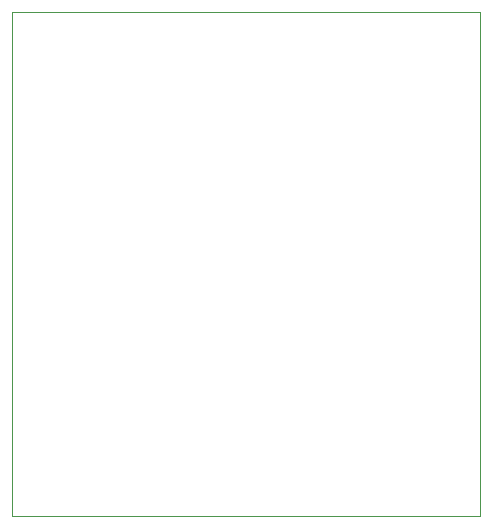
<source format=gbr>
%TF.GenerationSoftware,KiCad,Pcbnew,(5.1.12)-1*%
%TF.CreationDate,2021-12-10T16:35:34+08:00*%
%TF.ProjectId,PDIUSBD12_Module,50444955-5342-4443-9132-5f4d6f64756c,rev?*%
%TF.SameCoordinates,Original*%
%TF.FileFunction,Profile,NP*%
%FSLAX46Y46*%
G04 Gerber Fmt 4.6, Leading zero omitted, Abs format (unit mm)*
G04 Created by KiCad (PCBNEW (5.1.12)-1) date 2021-12-10 16:35:34*
%MOMM*%
%LPD*%
G01*
G04 APERTURE LIST*
%TA.AperFunction,Profile*%
%ADD10C,0.050000*%
%TD*%
G04 APERTURE END LIST*
D10*
X39598600Y42646600D02*
X39624000Y25400D01*
X39598600Y42646600D02*
X0Y42646600D01*
X0Y0D02*
X0Y42646600D01*
X0Y0D02*
X39624000Y25400D01*
M02*

</source>
